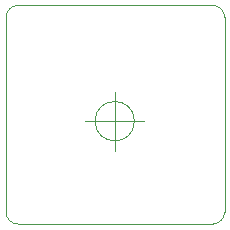
<source format=gbr>
%TF.GenerationSoftware,KiCad,Pcbnew,(6.0.0)*%
%TF.CreationDate,2022-01-30T23:08:43+01:00*%
%TF.ProjectId,TINYPLAY_PCB,54494e59-504c-4415-995f-5043422e6b69,rev?*%
%TF.SameCoordinates,Original*%
%TF.FileFunction,Profile,NP*%
%FSLAX46Y46*%
G04 Gerber Fmt 4.6, Leading zero omitted, Abs format (unit mm)*
G04 Created by KiCad (PCBNEW (6.0.0)) date 2022-01-30 23:08:43*
%MOMM*%
%LPD*%
G01*
G04 APERTURE LIST*
%TA.AperFunction,Profile*%
%ADD10C,0.100000*%
%TD*%
G04 APERTURE END LIST*
D10*
X98500000Y-30000000D02*
G75*
G03*
X97500000Y-29000000I-999999J1D01*
G01*
X80000000Y-46500000D02*
X80000000Y-30000000D01*
X97500000Y-47500000D02*
G75*
G03*
X98500000Y-46500000I1J999999D01*
G01*
X98500000Y-30000000D02*
X98500000Y-46500000D01*
X81000000Y-29000000D02*
G75*
G03*
X80000000Y-30000000I-1J-999999D01*
G01*
X81000000Y-29000000D02*
X97500000Y-29000000D01*
X80000000Y-46500000D02*
G75*
G03*
X81000000Y-47500000I999999J-1D01*
G01*
X97500000Y-47500000D02*
X81000000Y-47500000D01*
X90866666Y-38800000D02*
G75*
G03*
X90866666Y-38800000I-1666666J0D01*
G01*
X86700000Y-38800000D02*
X91700000Y-38800000D01*
X89200000Y-36300000D02*
X89200000Y-41300000D01*
M02*

</source>
